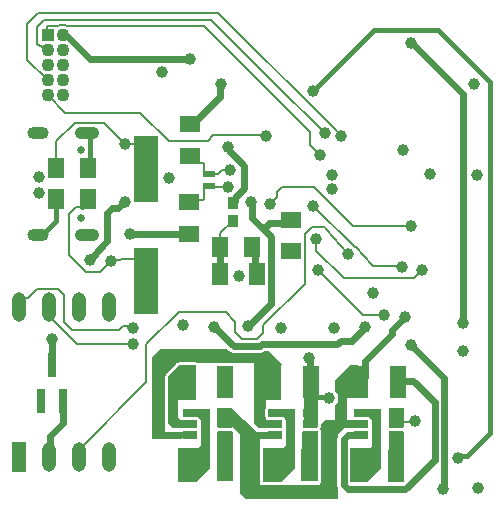
<source format=gbl>
G04*
G04 #@! TF.GenerationSoftware,Altium Limited,Altium Designer,22.5.1 (42)*
G04*
G04 Layer_Physical_Order=4*
G04 Layer_Color=16711680*
%FSLAX44Y44*%
%MOMM*%
G71*
G04*
G04 #@! TF.SameCoordinates,0A4DFAF1-6218-4570-9C88-57A128791E20*
G04*
G04*
G04 #@! TF.FilePolarity,Positive*
G04*
G01*
G75*
%ADD11C,0.2000*%
%ADD24R,1.8200X1.4400*%
%ADD31R,1.3500X1.9000*%
%ADD32R,1.4400X1.8200*%
%ADD49C,0.6500*%
G04:AMPARAMS|DCode=50|XSize=1mm|YSize=2.1mm|CornerRadius=0.5mm|HoleSize=0mm|Usage=FLASHONLY|Rotation=270.000|XOffset=0mm|YOffset=0mm|HoleType=Round|Shape=RoundedRectangle|*
%AMROUNDEDRECTD50*
21,1,1.0000,1.1000,0,0,270.0*
21,1,0.0000,2.1000,0,0,270.0*
1,1,1.0000,-0.5500,0.0000*
1,1,1.0000,-0.5500,0.0000*
1,1,1.0000,0.5500,0.0000*
1,1,1.0000,0.5500,0.0000*
%
%ADD50ROUNDEDRECTD50*%
G04:AMPARAMS|DCode=51|XSize=1mm|YSize=1.8mm|CornerRadius=0.5mm|HoleSize=0mm|Usage=FLASHONLY|Rotation=270.000|XOffset=0mm|YOffset=0mm|HoleType=Round|Shape=RoundedRectangle|*
%AMROUNDEDRECTD51*
21,1,1.0000,0.8000,0,0,270.0*
21,1,0.0000,1.8000,0,0,270.0*
1,1,1.0000,-0.4000,0.0000*
1,1,1.0000,-0.4000,0.0000*
1,1,1.0000,0.4000,0.0000*
1,1,1.0000,0.4000,0.0000*
%
%ADD51ROUNDEDRECTD51*%
%ADD60C,0.6000*%
%ADD61C,0.4000*%
%ADD62R,1.2000X2.5000*%
%ADD63O,1.2000X2.5000*%
%ADD64R,1.1000X1.1000*%
%ADD65C,1.1000*%
%ADD66C,1.0000*%
%ADD67C,0.2000*%
%ADD68R,2.1000X5.6000*%
%ADD69R,1.0000X0.5500*%
%ADD70R,0.9700X1.0000*%
%ADD71R,0.8000X2.0000*%
%ADD72R,1.3500X2.8000*%
G04:AMPARAMS|DCode=73|XSize=0.65mm|YSize=1.2mm|CornerRadius=0.0488mm|HoleSize=0mm|Usage=FLASHONLY|Rotation=270.000|XOffset=0mm|YOffset=0mm|HoleType=Round|Shape=RoundedRectangle|*
%AMROUNDEDRECTD73*
21,1,0.6500,1.1025,0,0,270.0*
21,1,0.5525,1.2000,0,0,270.0*
1,1,0.0975,-0.5513,-0.2763*
1,1,0.0975,-0.5513,0.2763*
1,1,0.0975,0.5513,0.2763*
1,1,0.0975,0.5513,-0.2763*
%
%ADD73ROUNDEDRECTD73*%
G36*
X339000Y80000D02*
X339000Y64289D01*
X338965Y64167D01*
X338675Y63807D01*
X337766Y63243D01*
X337730Y63240D01*
X326738D01*
X326000Y64334D01*
Y80000D01*
X339000Y80000D01*
D02*
G37*
G36*
X266000Y64334D02*
X265262Y63240D01*
X254237D01*
X254000Y63435D01*
Y115000D01*
X266000D01*
Y64334D01*
D02*
G37*
G36*
X190943Y128206D02*
X190943Y128206D01*
X192776Y126981D01*
X194937Y126552D01*
X194937Y126552D01*
X217402D01*
X217402Y126552D01*
X219564Y126981D01*
X221397Y128206D01*
X221542Y128351D01*
X224648D01*
X236000Y117000D01*
X235000Y116000D01*
Y87000D01*
X222000D01*
Y80115D01*
X221886Y79944D01*
X221651Y78762D01*
Y73238D01*
X221886Y72056D01*
X222000Y71885D01*
Y69701D01*
X224296D01*
X224895Y68581D01*
X224781Y68412D01*
X224351Y66250D01*
X224745Y64270D01*
X224354Y63289D01*
X224200Y63000D01*
X216000D01*
X212213Y66786D01*
Y118000D01*
X196790D01*
Y118040D01*
X178210D01*
Y118000D01*
X164790D01*
Y118040D01*
X164519D01*
X163991Y118393D01*
X163000Y118590D01*
X149000D01*
X148009Y118393D01*
X147481Y118040D01*
X146210D01*
Y116873D01*
X137169Y107831D01*
X136607Y106991D01*
X136410Y106000D01*
Y67000D01*
X136607Y66009D01*
X137000Y65421D01*
Y60000D01*
X151700D01*
X151854Y59710D01*
X152245Y58730D01*
X151851Y56750D01*
X152146Y55270D01*
X151263Y54000D01*
X126000D01*
Y123000D01*
X133000Y130000D01*
X189149D01*
X190943Y128206D01*
D02*
G37*
G36*
X163000Y87000D02*
X148000D01*
Y72000D01*
X150000Y70000D01*
X163337D01*
X164000Y69338D01*
Y63000D01*
X143000D01*
X139000Y67000D01*
Y106000D01*
X149000Y116000D01*
X163000D01*
Y87000D01*
D02*
G37*
G36*
X339000Y59602D02*
Y18000D01*
X326000D01*
Y60045D01*
X326738Y60651D01*
X337762D01*
X339000Y59602D01*
D02*
G37*
G36*
X266000Y60045D02*
Y18000D01*
X253000D01*
Y59602D01*
X254237Y60651D01*
X265262D01*
X266000Y60045D01*
D02*
G37*
G36*
X193656Y60102D02*
X193947Y59755D01*
X193969Y59702D01*
X194000Y59602D01*
Y18000D01*
X181000D01*
Y59524D01*
X181027Y59656D01*
X181737Y60651D01*
X192763D01*
X193656Y60102D01*
D02*
G37*
G36*
X320000Y29000D02*
X308000Y17000D01*
X293648D01*
Y46000D01*
X310000D01*
X312000Y48000D01*
Y70000D01*
X309000Y73000D01*
X297000D01*
Y79000D01*
X320000D01*
Y29000D01*
D02*
G37*
G36*
X247000D02*
X235000Y17000D01*
X220000D01*
Y46000D01*
X237000D01*
X239000Y48000D01*
Y70000D01*
X238629Y70371D01*
X238614Y70444D01*
X237945Y71445D01*
X236944Y72114D01*
X236871Y72129D01*
X236000Y73000D01*
X224338D01*
X224240Y73493D01*
Y78507D01*
X224338Y79000D01*
X247000D01*
Y29000D01*
D02*
G37*
G36*
X175000D02*
X163000Y17000D01*
X148000D01*
Y46000D01*
X165000D01*
X167000Y48000D01*
Y70000D01*
X164000Y73000D01*
X152000D01*
Y79000D01*
X175000D01*
Y29000D01*
D02*
G37*
G36*
X300090Y108079D02*
X298006Y105994D01*
X296781Y104162D01*
X296352Y102000D01*
X296781Y99838D01*
X298006Y98006D01*
X299838Y96781D01*
X302000Y96351D01*
X304162Y96781D01*
X305994Y98006D01*
X307827Y99838D01*
X309000Y99352D01*
Y88000D01*
X291000D01*
Y70000D01*
X308337D01*
X309000Y69338D01*
Y63000D01*
X288000D01*
X283000Y58000D01*
Y55974D01*
X282782Y55647D01*
X282351Y53485D01*
X282351Y53485D01*
Y14515D01*
X282351Y14515D01*
X282782Y12353D01*
X283000Y12026D01*
Y3000D01*
X205000D01*
X200000Y8000D01*
Y58000D01*
X194565Y63435D01*
X193000D01*
D01*
X192762Y63240D01*
X181738D01*
X181000Y64334D01*
Y80000D01*
X193000D01*
Y79891D01*
X215000Y60000D01*
X236000D01*
Y54000D01*
X217000D01*
Y16000D01*
X217210Y15790D01*
Y14960D01*
X218481D01*
X219009Y14607D01*
X220000Y14410D01*
X235000D01*
X235991Y14607D01*
X236579Y15000D01*
X249210D01*
Y14960D01*
X267790D01*
Y15000D01*
X268000D01*
Y16421D01*
X268393Y17009D01*
X268590Y18000D01*
Y60045D01*
X268565Y60171D01*
X268577Y60299D01*
X268467Y60663D01*
X268393Y61037D01*
X268321Y61143D01*
X268284Y61266D01*
X268043Y61560D01*
X268000Y61624D01*
Y62385D01*
X268114Y62556D01*
X268209Y63035D01*
X268248Y63126D01*
X268393Y63343D01*
X268441Y63587D01*
X268538Y63817D01*
X268539Y64078D01*
X268590Y64334D01*
Y66590D01*
X272000Y70000D01*
X281000D01*
Y82337D01*
X282034Y83370D01*
X283026Y85090D01*
X283540Y87007D01*
Y88993D01*
X283026Y90910D01*
X282034Y92630D01*
X281000Y93663D01*
Y104000D01*
X293000Y116000D01*
X300090D01*
Y108079D01*
D02*
G37*
D11*
X298263Y215806D02*
G03*
X297946Y216130I-6263J-5806D01*
G01*
X278980Y318146D02*
G03*
X278540Y318614I-6441J-5608D01*
G01*
X54036Y403586D02*
G03*
X46364Y403586I-3836J-8186D01*
G01*
X37221Y401586D02*
G03*
X37221Y401585I2000J-0D01*
G01*
X103000Y303000D02*
X111500D01*
X113500Y301000D01*
Y294988D02*
Y301000D01*
X60144Y321119D02*
X84881D01*
X103000Y303000D01*
X298263Y215806D02*
X311828Y201172D01*
X313000Y200000D01*
X262000Y251000D02*
X297946Y216130D01*
X313000Y200000D02*
X313828Y200000D01*
X261000Y233000D02*
X272000D01*
X273172Y231828D01*
X292000Y210000D01*
X313828Y200000D02*
X336000D01*
X304000Y159000D02*
X322000D01*
X101000Y149171D02*
X108828D01*
X97828Y146000D02*
X101000Y149171D01*
X108828D02*
X110000Y148000D01*
X58000Y146000D02*
X97828D01*
X51300Y152700D02*
Y175700D01*
Y152700D02*
X58000Y146000D01*
X38600Y157400D02*
X62000Y134000D01*
X38600Y157400D02*
Y165000D01*
X62000Y134000D02*
X110000D01*
X121000Y133828D02*
X148172Y161000D01*
X64000Y44500D02*
X121000Y101500D01*
Y133828D01*
X148172Y161000D02*
X188000D01*
X69710Y195290D02*
X82000D01*
X90710Y204000D01*
X90710Y204000D02*
X91811Y205101D01*
X55556Y209444D02*
X69710Y195290D01*
X55556Y209444D02*
Y244556D01*
X98710Y205101D02*
X99710Y206101D01*
X91811Y205101D02*
X98710D01*
X99710Y206101D02*
X111500D01*
X113500Y208101D02*
Y212000D01*
X111500Y206101D02*
X113500Y208101D01*
X115960Y330000D02*
X139960Y306000D01*
X52016Y330000D02*
X115960D01*
X61287Y250287D02*
X66160D01*
X55556Y244556D02*
X61287Y250287D01*
X44640Y305614D02*
X60144Y321119D01*
X44640Y283000D02*
Y305614D01*
X259750Y302250D02*
X268000Y294000D01*
X259750Y302250D02*
Y313250D01*
X169414Y403586D02*
X259750Y313250D01*
X183172Y412828D02*
X278540Y318614D01*
X182000Y414000D02*
X183172Y412828D01*
X54036Y403586D02*
X169414D01*
X278980Y318146D02*
X286039Y310039D01*
X227529Y356471D02*
X272539Y312539D01*
X175760Y408240D02*
X227529Y356471D01*
X54036Y403586D02*
X54036D01*
X29000Y414000D02*
X58407D01*
X20000Y405000D02*
X29000Y414000D01*
X58407D02*
X182000D01*
X34334Y408240D02*
X175760D01*
X28460Y402366D02*
X34334Y408240D01*
X173000Y306000D02*
X177694Y310694D01*
X139960Y306000D02*
X173000D01*
X177694Y310694D02*
X220993D01*
X182002Y278167D02*
X184835Y281000D01*
X192000D01*
X174167Y278167D02*
X182002D01*
X220993Y310694D02*
X221877Y309810D01*
X235854Y266890D02*
X263110D01*
X296290Y233710D02*
X344710D01*
X263110Y266890D02*
X296290Y233710D01*
X172417Y267333D02*
X189667D01*
X190000Y267000D01*
X171917Y267833D02*
X172417Y267333D01*
X170000Y265916D02*
X171917Y267833D01*
X215000Y138000D02*
X220000Y143000D01*
Y150000D01*
X202000Y138000D02*
X215000D01*
X196000Y144000D02*
Y153000D01*
X188000Y161000D02*
X196000Y153000D01*
Y144000D02*
X202000Y138000D01*
X336000Y200000D02*
X337000Y199000D01*
X266000Y197000D02*
X304000Y159000D01*
X347650Y190110D02*
X354000Y196460D01*
X303587Y190110D02*
X347650D01*
X37807Y403000D02*
X38393Y403586D01*
X37221Y402414D02*
X37807Y403000D01*
X37221Y401586D02*
X37221Y402414D01*
X37221Y401585D02*
X37221Y401541D01*
X37223Y401495D01*
X38393Y403586D02*
X46364D01*
X37223Y401495D02*
X37294Y399944D01*
Y399900D02*
Y399944D01*
Y399900D02*
X37500Y395400D01*
X28460Y388434D02*
Y402366D01*
X20000Y374715D02*
Y405000D01*
Y374715D02*
X37415Y357300D01*
X28460Y388434D02*
X30534Y386360D01*
X31405D01*
X344710Y233710D02*
X345000Y234000D01*
X287890Y190110D02*
X303587D01*
X303587Y190110D01*
X264790Y213210D02*
X287890Y190110D01*
X264790Y213210D02*
Y222803D01*
X220000Y150000D02*
X254900Y184900D01*
Y226900D01*
X261000Y233000D01*
X226000Y252322D02*
X231951Y258272D01*
Y262987D02*
X235854Y266890D01*
X231951Y258272D02*
Y262987D01*
X20374Y173054D02*
X28359Y181040D01*
X13200Y165000D02*
Y168435D01*
X17819Y173054D01*
X20374D01*
X28359Y181040D02*
X45960D01*
X51300Y175700D01*
X183640Y216000D02*
Y228140D01*
X194000Y238500D01*
Y238650D01*
X168928Y287440D02*
X170100Y286268D01*
X164200Y287440D02*
X168928D01*
X170100Y280084D02*
Y286268D01*
X158568Y255928D02*
X168828D01*
X170000Y257100D01*
Y265916D01*
X157000Y254360D02*
X158568Y255928D01*
X64000Y38000D02*
Y44500D01*
X37500Y344515D02*
X52016Y330000D01*
X37500Y344515D02*
Y344600D01*
X37415Y357300D02*
X37500D01*
X31405Y386360D02*
X35065Y382700D01*
X37500D01*
X158000Y293640D02*
X164200Y287440D01*
X171850Y278334D02*
X174000D01*
X170100Y280084D02*
X171850Y278334D01*
X174000D02*
X174167Y278167D01*
X332250Y66500D02*
X333500Y67750D01*
X346750D01*
X348000Y69000D01*
D24*
X158000Y320360D02*
D03*
Y293640D02*
D03*
X157000Y227640D02*
D03*
Y254360D02*
D03*
X243000Y212640D02*
D03*
Y239360D02*
D03*
D31*
X183000Y193000D02*
D03*
X215000D02*
D03*
D32*
X71360Y283000D02*
D03*
X44640D02*
D03*
Y257000D02*
D03*
X71360D02*
D03*
X183640Y216000D02*
D03*
X210360D02*
D03*
D49*
X65596Y240479D02*
D03*
Y298279D02*
D03*
D50*
X70596Y226179D02*
D03*
Y312579D02*
D03*
D51*
X28796Y226179D02*
D03*
Y312579D02*
D03*
D60*
X54070Y394443D02*
X73513Y375000D01*
X158000D01*
X84521Y217521D02*
X88000Y221000D01*
X73000Y205000D02*
X84521Y217521D01*
X115500Y210000D02*
X121000Y204500D01*
X113500Y212000D02*
X115500Y210000D01*
X88000Y221000D02*
Y244935D01*
X92057Y248992D01*
X96886D02*
X101894Y254000D01*
X102977D01*
X92057Y248992D02*
X96886D01*
X113500Y294988D02*
X121000Y287488D01*
Y282500D02*
Y287488D01*
Y187500D02*
Y204500D01*
X107000Y227640D02*
X157000D01*
X190000Y298991D02*
X204000Y284991D01*
Y266094D02*
Y284991D01*
X190000Y298991D02*
Y300804D01*
X195850Y257944D02*
X204000Y266094D01*
X210537Y240368D02*
Y253252D01*
X209255Y254534D02*
X210537Y253252D01*
Y240368D02*
X219672Y231233D01*
X178293Y148844D02*
X194937Y132200D01*
X217402D01*
X259500Y102000D02*
Y121610D01*
X259000Y122110D02*
X259500Y121610D01*
X282455Y134000D02*
X285455Y137000D01*
X217402Y132200D02*
X219202Y134000D01*
X282455D01*
X259500Y102000D02*
X260000Y101500D01*
X285455Y137000D02*
X294890D01*
X305956Y148066D01*
X207000Y149000D02*
X207292D01*
X226550Y168258D01*
X328580Y145690D02*
X340000Y157110D01*
X328580Y142580D02*
Y145690D01*
X305739Y119739D02*
X328580Y142580D01*
X305739Y105739D02*
Y119739D01*
X302000Y102000D02*
X305739Y105739D01*
X389000Y152000D02*
Y346000D01*
X346000Y389000D02*
X389000Y346000D01*
X345000Y389000D02*
X346000D01*
X183320Y215680D02*
X183640Y216000D01*
X183000Y193000D02*
X183320Y193320D01*
Y215680D01*
X212680Y195320D02*
Y213680D01*
Y195320D02*
X215000Y193000D01*
X210360Y216000D02*
X212680Y213680D01*
X220215Y233360D02*
X221853D01*
X224900Y236407D02*
X240047D01*
X243000Y239360D01*
X221853Y233360D02*
X224900Y236407D01*
X220215Y231233D02*
X226550Y224898D01*
X219672Y231233D02*
X220215D01*
X195850Y255200D02*
Y257944D01*
X194000Y253350D02*
X195850Y255200D01*
X226550Y168258D02*
Y224898D01*
X334000Y103000D02*
Y104890D01*
X50200Y395400D02*
X51157Y394443D01*
X54070D01*
X159900Y320360D02*
X183078Y343538D01*
Y352718D02*
X184360Y354000D01*
X158000Y320360D02*
X159900D01*
X183078Y343538D02*
Y352718D01*
X372800Y11800D02*
Y105200D01*
X372000Y11000D02*
X372800Y11800D01*
X365000Y35864D02*
Y85000D01*
X340136Y11000D02*
X365000Y35864D01*
X291515Y11000D02*
X340136D01*
X334000Y103000D02*
X347000D01*
X365000Y85000D01*
X345000Y133000D02*
X372800Y105200D01*
X334000Y102000D02*
X334000Y102000D01*
X334000Y102000D02*
Y103000D01*
X187441Y101390D02*
X187500Y101449D01*
Y101500D01*
X38600Y38000D02*
X39748Y39148D01*
Y56220D01*
X50500Y66972D01*
Y85972D01*
X41000Y138000D02*
X41007Y137993D01*
Y116034D02*
X41014Y116028D01*
X41007Y116034D02*
Y137993D01*
X288000Y14515D02*
Y53485D01*
Y14515D02*
X291515Y11000D01*
X288000Y53485D02*
X291515Y57000D01*
X302750D01*
X157500Y56750D02*
X157750Y57000D01*
X230000Y66250D02*
X230250Y66500D01*
D61*
X262000Y348000D02*
X313890Y399890D01*
X32796Y226179D02*
X44640Y238023D01*
Y257000D01*
X367511Y399890D02*
X411780Y355621D01*
X313890Y399890D02*
X367511D01*
X411780Y58780D02*
Y355621D01*
X28796Y226179D02*
X32796D01*
X70596Y312579D02*
X70614D01*
X73386Y285026D02*
Y309807D01*
X70614Y312579D02*
X73386Y309807D01*
X71360Y283000D02*
X73386Y285026D01*
X71360Y255487D02*
Y257000D01*
X66160Y250287D02*
X71360Y255487D01*
X392382Y39382D02*
X411780Y58780D01*
X384860Y37718D02*
X386525Y39382D01*
X392382D01*
X274500Y89500D02*
X276000Y88000D01*
X264750Y89500D02*
X274500D01*
X260000Y94250D02*
X264750Y89500D01*
X260000Y94250D02*
Y101500D01*
D62*
X13200Y38000D02*
D03*
D63*
X38600D02*
D03*
X64000D02*
D03*
X89400D02*
D03*
X13200Y165000D02*
D03*
X38600D02*
D03*
X64000D02*
D03*
X89400D02*
D03*
D64*
X37500Y395400D02*
D03*
D65*
X50200D02*
D03*
X37500Y382700D02*
D03*
X50200D02*
D03*
X37500Y370000D02*
D03*
X50200D02*
D03*
X37500Y357300D02*
D03*
X50200D02*
D03*
X37500Y344600D02*
D03*
X50200D02*
D03*
D66*
X243000Y212640D02*
D03*
X29900Y275168D02*
D03*
Y262000D02*
D03*
X103000Y303000D02*
D03*
X158000Y375000D02*
D03*
X134191Y364460D02*
D03*
X292000Y210000D02*
D03*
X322000Y159000D02*
D03*
X312776Y177547D02*
D03*
X110000Y148000D02*
D03*
Y134000D02*
D03*
X73000Y205000D02*
D03*
X90710Y204000D02*
D03*
X102977Y254000D02*
D03*
X140378Y275000D02*
D03*
X107000Y227640D02*
D03*
X272539Y312539D02*
D03*
X278344Y277535D02*
D03*
X268000Y294000D02*
D03*
X286039Y310039D02*
D03*
X278000Y265000D02*
D03*
X192000Y281000D02*
D03*
X190000Y300804D02*
D03*
X221877Y309810D02*
D03*
X178293Y148844D02*
D03*
X345000Y234000D02*
D03*
X389000Y128000D02*
D03*
X279651Y148011D02*
D03*
X41000Y138000D02*
D03*
X184360Y354000D02*
D03*
X187441Y101390D02*
D03*
X361000Y278000D02*
D03*
X155461Y101531D02*
D03*
X276000Y88000D02*
D03*
X348000Y69000D02*
D03*
X345000Y133000D02*
D03*
X372000Y11000D02*
D03*
X384860Y37718D02*
D03*
X402000Y12000D02*
D03*
X151640Y150000D02*
D03*
X235000Y148000D02*
D03*
X207000Y149000D02*
D03*
X334000Y104890D02*
D03*
X210360Y216000D02*
D03*
X183640D02*
D03*
X338210Y298676D02*
D03*
X345000Y389000D02*
D03*
X398000Y354000D02*
D03*
X262000Y251000D02*
D03*
X400890Y277000D02*
D03*
X389000Y152000D02*
D03*
X262000Y348000D02*
D03*
X264790Y222803D02*
D03*
X199000Y192000D02*
D03*
X266000Y197000D02*
D03*
X226000Y252322D02*
D03*
X190000Y267000D02*
D03*
X259000Y122110D02*
D03*
X209255Y254534D02*
D03*
X305956Y148066D02*
D03*
X354000Y196460D02*
D03*
X340000Y157110D02*
D03*
X337000Y199000D02*
D03*
D67*
X37807Y403000D02*
D03*
D68*
X121000Y282500D02*
D03*
Y187500D02*
D03*
D69*
X174000Y267666D02*
D03*
Y278334D02*
D03*
D70*
X194000Y238650D02*
D03*
Y253350D02*
D03*
D71*
X41014Y116028D02*
D03*
X31500Y85972D02*
D03*
X50500D02*
D03*
D72*
X155500Y101500D02*
D03*
X187500D02*
D03*
X228000D02*
D03*
X260000D02*
D03*
X258500Y31500D02*
D03*
X226500D02*
D03*
X302000Y102000D02*
D03*
X334000D02*
D03*
X332000Y31000D02*
D03*
X300000D02*
D03*
X187500Y31500D02*
D03*
X155500D02*
D03*
D73*
X302750Y57000D02*
D03*
Y66500D02*
D03*
Y76000D02*
D03*
X332250D02*
D03*
Y66500D02*
D03*
Y57000D02*
D03*
X157750D02*
D03*
Y66500D02*
D03*
Y76000D02*
D03*
X187250D02*
D03*
Y66500D02*
D03*
Y57000D02*
D03*
X230250D02*
D03*
Y66500D02*
D03*
Y76000D02*
D03*
X259750D02*
D03*
Y66500D02*
D03*
Y57000D02*
D03*
M02*

</source>
